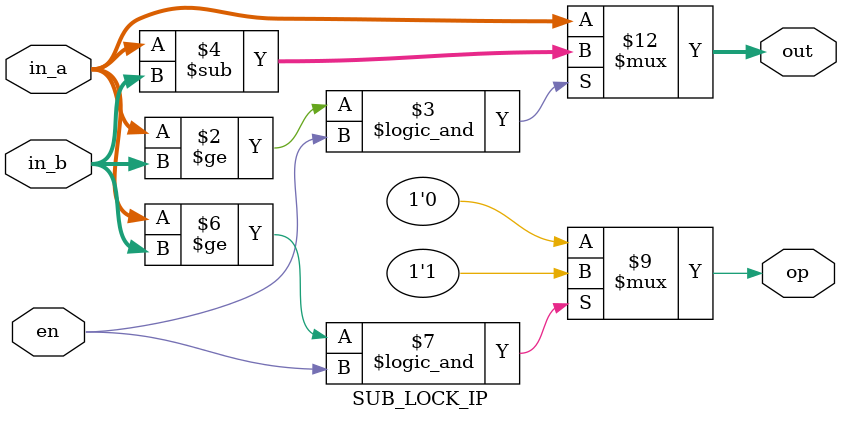
<source format=v>

`include "B2BCD_IP.v"
//synopsys translate_on

module UT_TOP (
    // Input signals
    clk, rst_n, in_valid, in_time,
    // Output signals
    out_valid, out_display, out_day
);

// ===============================================================
// Input & Output Declaration
// ===============================================================
input clk, rst_n, in_valid;
input [30:0] in_time;
output reg out_valid;
output reg [3:0] out_display;
output reg [2:0] out_day;
// ===============================================================
// Parameter & Integer Declaration
// ===============================================================

/* FSM */
reg [3:0] c_state, n_state;
parameter ST_IDLE = 'd0,
	  	  ST_INPUT = 'd1,
	  	  ST_RUN = 'd2,
	  	  //ST_RUN_Y2 = 'd2,
	  	  ST_OUT = 'd3;

//================================================================
// Wire & Reg Declaration
//================================================================
reg [3:0] out_counter;
reg [2:0] run_counter;
reg [30:0] in_binary_time;

wire [24:0] sub1_in_b;

reg [27:0] sub4_in_a;
wire [27:0] sub64_out;
wire [30:0] sub64_in_a, sub32_in_a;
wire [29:0] sub32_out;
wire [28:0] sub16_out;
wire [27:0] sub8_out;
wire [26:0] sub4_out;
wire [25:0] sub2_out;
wire [24:0] sub1_out;
wire [6:0] sub_y_op;

wire larger64y;
reg [6:0] op_y;

wire [2:0] week_day_y[6:0];
wire [5:0] week_day_y_sum0;
wire [4:0] week_day_y_sum1;
wire [3:0] week_day_y_sum2;
wire [2:0] week_day_y_sum3;

wire [11:0] sub_w_op;

wire [30:0] sub_w_out11;
wire [29:0] sub_w_out10;
wire [28:0] sub_w_out9;
wire [27:0] sub_w_out8;
wire [26:0] sub_w_out7;
reg [26:0] sub_w_pip1;

wire [25:0] sub_w_out6;
wire [24:0] sub_w_out5;
wire [23:0] sub_w_out4;
wire [22:0] sub_w_out3;
wire [21:0] sub_w_out2;
reg [21:0] sub_w_pip2;

wire [20:0] sub_w_out1;
wire [19:0] sub_w_out0;
wire [18:0] sub_wd_out2;
wire [17:0] sub_wd_out1;
wire [16:0] sub_wd_out0;
wire [2:0] sub_wd_op;

reg[24:0] month_in;
wire[24:0] month_in2;
wire [24:0] subm_out[10:0];
reg [21:0] feb;
wire largerJUL;
reg [24:0] MAR_out, JUL_out;
reg MAR_op_en, JUL_op_en;
wire [10:0] sub_m_op;


reg [21:0] day_in;
wire [20:0] sub_d_out[4:0];
wire [4:0] sub_d_op;

reg [16:0] hour_in;
wire [16:0] sub_h_out[4:0];
wire [4:0] sub_h_op;

reg [11:0] minute_in;
wire [11:0] sub_min_out[5:0];
wire [5:0] sub_min_op;

wire [2:0] display_week;
reg [5:0] display_second;
reg [3:0] display_month;
reg [10:0] display_year;
reg [4:0] display_day;
reg [4:0] display_hour;
reg [5:0] display_minute;

wire [15:0] bcd_year;
wire [7:0] bcd_month;
wire [7:0] bcd_day;
wire [7:0] bcd_hour;
wire [7:0] bcd_minute;
wire [7:0] bcd_second;

//================================================================
// DESIGN
//================================================================

/* DESIGN_FSM */

always @(posedge clk or negedge rst_n)begin
	if(!rst_n) c_state <= ST_IDLE;
	else c_state <= n_state;
end

always @(*) begin
	case(c_state)
	ST_IDLE: begin
		if(in_valid) n_state = ST_INPUT;
		else n_state = ST_IDLE;
	end
	ST_INPUT: begin
		n_state = ST_RUN;
	end
	ST_RUN: begin
		if(run_counter == 3'd2) n_state = ST_OUT;
		else n_state = ST_RUN;
	end
	ST_OUT: begin
		if(out_counter == 4'd14) n_state = ST_IDLE;
		else n_state = ST_OUT;
		// n_state = ST_OUT;
	end
	default: n_state = ST_IDLE;
	
	endcase
end
always @(posedge clk or negedge rst_n) begin
	if(!rst_n) out_counter <= 4'b0;
	else begin
		case(n_state)
		//ST_IDLE: out_counter <= 4'b0;
		ST_OUT: out_counter <= out_counter + 1'b1;
		default: out_counter <= 4'b0;
		endcase
	end
end
always @(posedge clk or negedge rst_n) begin
	if(!rst_n) run_counter <= 3'b0;
	else begin
		case(n_state)
		//ST_IDLE: run_counter <= 3'b0;
		ST_RUN: run_counter <= run_counter + 1'b1;
		default: run_counter <= 3'b0;
		endcase
	end
end
always @(posedge clk or negedge rst_n) begin
	if(!rst_n) in_binary_time <= 31'b0;
	else begin
		case(n_state)
		ST_IDLE: in_binary_time <= 31'b0;
		ST_INPUT: in_binary_time <= in_time;
		default: in_binary_time <= in_binary_time;
		endcase
	end
end

assign larger64y = (in_binary_time >= 31'h7861_F800) ? 1'b1 : 1'b0; //input >= 64y(2034)?

assign sub64_in_a = (larger64y)? in_binary_time : 31'b0;
assign sub32_in_a = (larger64y)? 31'b0 : in_binary_time;
SUB_IP #(31, 31, 28) Usub64(.in_a(sub64_in_a), .in_b(31'h7861_F800), .out(sub64_out), .op(sub_y_op[6]));
SUB_IP #(31, 30, 30) Usub32(.in_a(sub32_in_a), .in_b(30'h3C30_FC00), .out(sub32_out), .op(sub_y_op[5]));
SUB_IP #(30, 29, 29) Usub16(.in_a(sub32_out), .in_b(29'h1E18_7E00), .out(sub16_out), .op(sub_y_op[4]));
SUB_IP #(29, 28, 28) Usub8(.in_a(sub16_out), .in_b(28'hF0C_3F00), .out(sub8_out), .op(sub_y_op[3]));

SUB_IP #(28, 27, 27) Usub4(.in_a(sub4_in_a), .in_b(27'h786_1F80), .out(sub4_out), .op(sub_y_op[2]));
SUB_IP #(27, 26, 26) Usub2(.in_a(sub4_out), .in_b(26'h3C2_6700), .out(sub2_out), .op(sub_y_op[1]));
assign sub1_in_b = (sub_y_op[1])? ((sub2_out >=  25'h1E2_8500)? 25'h1E1_3380 : 25'h1E2_8500) : 25'h1E1_3380;
SUB_IP #(26, 25, 25) Usub1(.in_a(sub2_out), .in_b(sub1_in_b), .out(sub1_out), .op(sub_y_op[0]));


SUB_IP #(31, 31, 31) Usub_w2048(.in_a(in_binary_time), .in_b(31'h49D4_0000), .out(sub_w_out11), .op(sub_w_op[11])); // 2048week
SUB_IP #(31, 30, 30) Usub_w1024(.in_a(sub_w_out11), .in_b(30'h24EA_0000), .out(sub_w_out10), .op(sub_w_op[10])); // 1024week
SUB_IP #(30, 29, 29) Usub_w512(.in_a(sub_w_out10), .in_b(29'h1275_0000), .out(sub_w_out9), .op(sub_w_op[9])); // 512week
SUB_IP #(29, 28, 28) Usub_w256(.in_a(sub_w_out9), .in_b(28'h93A_8000), .out(sub_w_out8), .op(sub_w_op[8])); // 256week
SUB_IP #(28, 27, 27) Usub_w128(.in_a(sub_w_out8), .in_b(27'h49D_4000), .out(sub_w_out7), .op(sub_w_op[7])); // 128week
always @(posedge clk or negedge rst_n) begin
	if(!rst_n) sub_w_pip1 <= 27'b0;
	else begin
		case(n_state)
		ST_IDLE: sub_w_pip1 <= 27'b0;
		ST_RUN: begin
			sub_w_pip1 <= sub_w_out7;
		end
		ST_OUT: sub_w_pip1 <= sub_w_out7;
		default: sub_w_pip1 <= sub_w_pip1;
		endcase
	end
end
SUB_IP #(27, 26, 26) Usub_w64(.in_a(sub_w_pip1), .in_b(26'h24E_A000), .out(sub_w_out6), .op(sub_w_op[6])); // 64week
SUB_IP #(26, 25, 25) Usub_w32(.in_a(sub_w_out6), .in_b(25'h127_5000), .out(sub_w_out5), .op(sub_w_op[5])); // 32week
SUB_IP #(25, 24, 24) Usub_w16(.in_a(sub_w_out5), .in_b(24'h93_A800), .out(sub_w_out4), .op(sub_w_op[4])); // 16week
SUB_IP #(24, 23, 23) Usub_w8(.in_a(sub_w_out4), .in_b(23'h49_D400), .out(sub_w_out3), .op(sub_w_op[3])); // 8week
SUB_IP #(23, 22, 22) Usub_w4(.in_a(sub_w_out3), .in_b(22'h24_EA00), .out(sub_w_out2), .op(sub_w_op[2])); // 4week
always @(posedge clk or negedge rst_n) begin
	if(!rst_n) sub_w_pip2 <= 22'b0;
	else begin
		case(n_state)
		ST_IDLE: sub_w_pip2 <= 22'b0;
		ST_RUN: begin
			sub_w_pip2 <= sub_w_out2;
		end
		ST_OUT: sub_w_pip2 <= sub_w_out2;
		default: sub_w_pip2 <= sub_w_pip2;
		endcase
	end
end
SUB_IP #(22, 21, 21) Usub_w2(.in_a(sub_w_pip2), .in_b(21'h12_7500), .out(sub_w_out1), .op(sub_w_op[1])); // 2week
SUB_IP #(21, 20, 20) Usub_w1(.in_a(sub_w_out1), .in_b(20'h9_3A80), .out(sub_w_out0), .op(sub_w_op[0])); // 1week
SUB_IP #(20, 19, 19) Usub_wd4(.in_a(sub_w_out0), .in_b(19'h5_4600), .out(sub_wd_out2), .op(sub_wd_op[2])); // 4
SUB_IP #(19, 18, 18) Usub_wd2(.in_a(sub_wd_out2), .in_b(18'h2_A300), .out(sub_wd_out1), .op(sub_wd_op[1])); // 2
SUB_IP #(18, 17, 17) Usub_wd1(.in_a(sub_wd_out1), .in_b(17'h1_5180), .out(sub_wd_out0), .op(sub_wd_op[0])); // 1
assign display_week = (sub_wd_op >= 2'd3)? (sub_wd_op - 2'd3): (sub_wd_op + 3'd4);
always @(posedge clk or negedge rst_n) begin
	if(!rst_n) sub4_in_a <= 28'b0;
	else begin
		case(n_state)
		ST_IDLE: sub4_in_a <= 1'b0;
		ST_RUN: begin
			if(larger64y) sub4_in_a <= sub64_out;
			else sub4_in_a <= sub8_out;
		end
		ST_OUT: begin
			if(larger64y) sub4_in_a <= sub64_out;
			else sub4_in_a <= sub8_out;
		end
		default: sub4_in_a <= sub4_in_a;
		endcase
	end
end
always @(posedge clk or negedge rst_n) begin
	if(!rst_n) op_y <= 7'b0;
	else begin
		case(n_state)
		ST_IDLE: op_y <= 1'b1;
		ST_RUN: op_y <= sub_y_op[6:0];
		ST_OUT: op_y <= sub_y_op[6:0];
		default: op_y <= op_y;
		endcase
	end
end
always @(posedge clk or negedge rst_n) begin
	if(!rst_n) month_in <= 25'b0;
	else begin
		case(n_state)
		ST_IDLE: month_in <= 1'b0;
		ST_RUN: begin
			month_in <= sub1_out;
		end
		ST_OUT: month_in <= sub1_out;
		default: month_in <= month_in;
		endcase
	end
end
always @(posedge clk or negedge rst_n) begin
	if(!rst_n) display_year <= 11'b0;
	else begin
		case(n_state)
		ST_IDLE: display_year <= 1'b0;
		ST_RUN: begin
			display_year <= 11'd1970 + sub_y_op;
		end
		ST_OUT: display_year <= 11'd1970 + sub_y_op;
		default: display_year <= display_year;
		endcase
	end
end
always @(*) begin
	if(op_y[0] == 1'b0 && op_y[1] == 1'b1) feb = 22'h26_3B80;
	else feb = 22'h24_EA00;
end
assign month_in2 = (op_y[1] && op_y[0])? (month_in - 20'h1_5180) : month_in;


SUB_IP #(25, 22, 25) Usubm1(.in_a(month_in2), .in_b(22'h28_DE80), .out(subm_out[0]), .op(sub_m_op[0])); // JQN
SUB_LOCK_IP #(25, 22, 25) Usubm2(.in_a(subm_out[0]), .in_b(feb), .en(sub_m_op[0]),.out(subm_out[1]), .op(sub_m_op[1])); // FEB
SUB_LOCK_IP #(25, 22, 25) Usubm3(.in_a(subm_out[1]), .in_b(22'h28_DE80), .en(sub_m_op[1]), .out(subm_out[2]), .op(sub_m_op[2])); // MAR

SUB_LOCK_IP #(25, 22, 25) Usubm4(.in_a(MAR_out), .in_b(22'h27_8D00), .en(MAR_op_en), .out(subm_out[3]), .op(sub_m_op[3])); // APR 
SUB_LOCK_IP #(25, 22, 25) Usubm5(.in_a(subm_out[3]), .in_b(22'h28_DE80), .en(sub_m_op[3]), .out(subm_out[4]), .op(sub_m_op[4])); // MAY
SUB_LOCK_IP #(25, 22, 25) Usubm6(.in_a(subm_out[4]), .in_b(22'h27_8D00), .en(sub_m_op[4]), .out(subm_out[5]), .op(sub_m_op[5])); // JUN
SUB_LOCK_IP #(25, 22, 25) Usubm7(.in_a(subm_out[5]), .in_b(22'h28_DE80), .en(sub_m_op[5]), .out(subm_out[6]), .op(sub_m_op[6])); // JUL

SUB_LOCK_IP #(25, 22, 25) Usubm8(.in_a(JUL_out), .in_b(22'h28_DE80), .en(JUL_op_en), .out(subm_out[7]), .op(sub_m_op[7])); // AUG
SUB_LOCK_IP #(25, 22, 25) Usubm9(.in_a(subm_out[7]), .in_b(22'h27_8D00), .en(sub_m_op[7]), .out(subm_out[8]), .op(sub_m_op[8])); // SEP
SUB_LOCK_IP #(25, 22, 25) Usubm10(.in_a(subm_out[8]), .in_b(22'h28_DE80), .en(sub_m_op[8]), .out(subm_out[9]), .op(sub_m_op[9])); // OCT
SUB_LOCK_IP #(25, 22, 25) Usubm11(.in_a(subm_out[9]), .in_b(22'h27_8D00), .en(sub_m_op[9]), .out(subm_out[10]), .op(sub_m_op[10])); // NOV

always @(posedge clk or negedge rst_n) begin
	if(!rst_n) MAR_out <= 25'b0;
	else begin
		case(n_state)
		ST_IDLE: MAR_out <= 1'b0;
		ST_RUN: begin
			MAR_out <= subm_out[2];
		end
		ST_OUT: MAR_out <= subm_out[2];
		default: MAR_out <= MAR_out;
		endcase
	end
end
always @(posedge clk or negedge rst_n) begin
	if(!rst_n) MAR_op_en <= 1'b0;
	else begin
		case(n_state)
		ST_IDLE: MAR_op_en <= 1'b0;
		ST_RUN: begin
			MAR_op_en <= sub_m_op[2];
		end
		ST_OUT: MAR_op_en <= sub_m_op[2];
		default: MAR_op_en <= MAR_op_en;
		endcase
	end
end
always @(posedge clk or negedge rst_n) begin
	if(!rst_n) JUL_out <= 25'b0;
	else begin
		case(n_state)
		ST_IDLE: JUL_out <= 1'b0;
		ST_RUN: begin
			JUL_out <= subm_out[6];
		end
		ST_OUT: JUL_out <= subm_out[6];
		default: JUL_out <= JUL_out;
		endcase
	end
end
always @(posedge clk or negedge rst_n) begin
	if(!rst_n) JUL_op_en <= 1'b0;
	else begin
		case(n_state)
		ST_IDLE: JUL_op_en <= 1'b0;
		ST_RUN: begin
			JUL_op_en <= sub_m_op[6];
		end
		ST_OUT: JUL_op_en <= sub_m_op[6];
		default: JUL_op_en <= JUL_op_en;
		endcase
	end
end
always @(posedge clk or negedge rst_n) begin
	if(!rst_n) display_month <= 4'b0;
	else begin
		case(n_state)
		ST_IDLE: display_month <= 4'b0;
		ST_RUN: begin
			display_month <= sub_m_op[0] + sub_m_op[1] + sub_m_op[2]
			 + sub_m_op[3] + sub_m_op[4] + sub_m_op[5] +sub_m_op[6] 
			 + sub_m_op[7] + sub_m_op[8] + sub_m_op[9] + sub_m_op[10] + 1'b1;
		end
		ST_OUT: begin
			display_month <= sub_m_op[0] + sub_m_op[1] + sub_m_op[2]
			 + sub_m_op[3] + sub_m_op[4] + sub_m_op[5] +sub_m_op[6] 
			 + sub_m_op[7] + sub_m_op[8] + sub_m_op[9] + sub_m_op[10] + 1'b1;
		end
		default: display_month <= display_month;
		endcase
	end
end
always @(posedge clk or negedge rst_n) begin
	if(!rst_n) day_in <= 22'b0;
	else begin
		case(n_state)
		ST_IDLE: day_in <= 22'b0;
		ST_RUN: begin
			day_in <= subm_out[10][21:0];
		end
		ST_OUT: begin
			day_in <= subm_out[10][21:0];
		end
		default: day_in <= day_in;
		endcase
	end
end
SUB_IP #(22, 21, 21) Usub_d16(.in_a(day_in), .in_b(21'h15_1800), .out(sub_d_out[4]), .op(sub_d_op[4])); // 16
SUB_IP #(21, 20, 21) Usub_d8(.in_a(sub_d_out[4]), .in_b(20'hA_8C00), .out(sub_d_out[3]), .op(sub_d_op[3])); // 8
SUB_IP #(21, 20, 21) Usub_d4(.in_a(sub_d_out[3]), .in_b(20'h5_4600), .out(sub_d_out[2]), .op(sub_d_op[2])); // 4
SUB_IP #(21, 20, 21) Usub_d2(.in_a(sub_d_out[2]), .in_b(20'h2_A300), .out(sub_d_out[1]), .op(sub_d_op[1])); // 2
SUB_IP #(21, 20, 21) Usub_d1(.in_a(sub_d_out[1]), .in_b(20'h1_5180), .out(sub_d_out[0]), .op(sub_d_op[0])); // 1
always @(posedge clk or negedge rst_n) begin
	if(!rst_n) display_day <= 5'b0;
	else begin
		case(n_state)
		ST_IDLE: display_day <= 5'b0;
		ST_RUN: begin
			display_day <= sub_d_op + 1'b1;
		end
		ST_OUT: display_day <= sub_d_op + 1'b1;
		default: display_day <= display_day;
		endcase
	end
end
always @(posedge clk or negedge rst_n) begin
	if(!rst_n) hour_in <= 17'b0;
	else begin
		case(n_state)
		ST_IDLE: hour_in <= 17'b0;
		ST_RUN: begin
			hour_in <= sub_d_out[0][16:0];
		end
		ST_OUT: hour_in <= sub_d_out[0][16:0];
		default: hour_in <= hour_in;
		endcase
	end
end

SUB_IP #(17, 16, 17) Usub_h12(.in_a(hour_in), .in_b(16'hE100), .out(sub_h_out[4]), .op(sub_h_op[4])); // 16
SUB_IP #(17, 16, 17) Usub_h8(.in_a(sub_h_out[4]), .in_b(16'h7080), .out(sub_h_out[3]), .op(sub_h_op[3])); // 8
SUB_IP #(17, 16, 17) Usub_h4(.in_a(sub_h_out[3]), .in_b(16'h3840), .out(sub_h_out[2]), .op(sub_h_op[2])); // 4
SUB_IP #(17, 16, 17) Usub_h2(.in_a(sub_h_out[2]), .in_b(16'h1C20), .out(sub_h_out[1]), .op(sub_h_op[1])); // 2
SUB_IP #(17, 12, 17) Usub_h1(.in_a(sub_h_out[1]), .in_b(12'hE10), .out(sub_h_out[0]), .op(sub_h_op[0])); // 1
always @(posedge clk or negedge rst_n) begin
	if(!rst_n) display_hour <= 5'b0;
	else begin
		case(n_state)
		ST_IDLE: display_hour <= 5'b0;
		ST_RUN: begin
			display_hour <= sub_h_op;
		end
		ST_OUT: display_hour <= sub_h_op;
		default: display_hour <= display_hour;
		endcase
	end
end
always @(posedge clk or negedge rst_n) begin
	if(!rst_n) minute_in <= 12'b0;
	else begin
		case(n_state)
		ST_IDLE: minute_in <= 12'b0;
		ST_RUN: begin
			minute_in <= sub_h_out[0][11:0];
		end
		ST_OUT: minute_in <= sub_h_out[0][11:0];
		default: minute_in <= minute_in;
		endcase
	end
end

SUB_IP #(12, 12, 12) Usub_min32(.in_a(minute_in), .in_b(12'h780), .out(sub_min_out[5]), .op(sub_min_op[5])); // 32
SUB_IP #(12, 12, 12) Usub_min16(.in_a(sub_min_out[5]), .in_b(12'h3C0), .out(sub_min_out[4]), .op(sub_min_op[4])); // 16
SUB_IP #(12, 12, 12) Usub_mib8(.in_a(sub_min_out[4]), .in_b(12'h1E0), .out(sub_min_out[3]), .op(sub_min_op[3])); // 8
SUB_IP #(12, 8, 12) Usub_min4(.in_a(sub_min_out[3]), .in_b(8'hF0), .out(sub_min_out[2]), .op(sub_min_op[2])); // 4
SUB_IP #(12, 8, 12) Usub_min2(.in_a(sub_min_out[2]), .in_b(8'h78), .out(sub_min_out[1]), .op(sub_min_op[1])); // 2
SUB_IP #(12, 8, 12) Usub_min1(.in_a(sub_min_out[1]), .in_b(8'h3C), .out(sub_min_out[0]), .op(sub_min_op[0])); // 1
always @(posedge clk or negedge rst_n) begin
	if(!rst_n) display_minute <= 6'b0;
	else begin
		case(n_state)
		ST_IDLE: display_minute <= 6'b0;
		ST_RUN: begin
			display_minute <= sub_min_op;
		end
		ST_OUT: display_minute <= sub_min_op;
		default: display_minute <= display_minute;
		endcase
	end
end
always @(posedge clk or negedge rst_n) begin
	if(!rst_n) display_second <= 6'b0;
	else begin
		case(n_state)
		ST_IDLE: display_second <= 6'b0;
		ST_RUN: begin
			display_second <= sub_min_out[0][5:0];
		end
		ST_OUT: display_second <= sub_min_out[0][5:0];
		default: display_second <= display_second;
		endcase
	end
end


B2BCD_IP #(11, 4) Ubcd_year(.Binary_code(display_year),.BCD_code(bcd_year));
B2BCD_IP #(4, 2) Ubcd_month(.Binary_code(display_month),.BCD_code(bcd_month));
B2BCD_IP #(5, 2) Ubcd_day(.Binary_code(display_day),.BCD_code(bcd_day));
B2BCD_IP #(5, 2) Ubcd_hour(.Binary_code(display_hour),.BCD_code(bcd_hour));
B2BCD_IP #(6, 2) Ubcd_minute(.Binary_code(display_minute),.BCD_code(bcd_minute));
B2BCD_IP #(6, 2) Ubcd_second(.Binary_code(display_second),.BCD_code(bcd_second));

always @(posedge clk or negedge rst_n) begin
	if(!rst_n) out_valid <= 1'b0;
	else begin
		case(n_state)
		ST_OUT: out_valid <= 1'b1;
		default: out_valid <= 1'b0;
		endcase
	end
end

always @(posedge clk or negedge rst_n) begin
	if(!rst_n) out_display <= 4'b0;
	else begin
		case(n_state)
		ST_OUT: begin
			case (out_counter)
				4'd0: out_display <= bcd_year[15:12];
				4'd1: out_display <= bcd_year[11:8];
				4'd2: out_display <= bcd_year[7:4];
				4'd3: out_display <= bcd_year[3:0];
				4'd4: out_display <= bcd_month[7:4];
				4'd5: out_display <= bcd_month[3:0];
				4'd6: out_display <= bcd_day[7:4];
				4'd7: out_display <= bcd_day[3:0];
				4'd8: out_display <= bcd_hour[7:4];
				4'd9: out_display <= bcd_hour[3:0];
				4'd10: out_display <= bcd_minute[7:4];
				4'd11: out_display <= bcd_minute[3:0];
				4'd12: out_display <= bcd_second[7:4];
				4'd13: out_display <= bcd_second[3:0];
				default: out_display <= 1'b0;
			endcase
		end
		default: out_display <= 4'b0;
		endcase
	end
end

always @(posedge clk or negedge rst_n) begin
	if(!rst_n) out_day <= 3'b0;
	else begin
		case(n_state)
		ST_OUT: out_day <= display_week;
		default: out_day <= 3'b0;
		endcase
	end
end

endmodule

module SUB_IP #(parameter WIDTH_IN_A = 4, parameter WIDTH_IN_B = 4, parameter WIDTH_OUT = 4) (
    // Input signals
    in_a,
	in_b,
    // Output signals
    out,
	op
);
	input [WIDTH_IN_A-1:0] in_a;
	input [WIDTH_IN_B-1:0] in_b;
	output reg [WIDTH_OUT-1:0] out;
	output reg op;

	generate
		always @(*) begin: SUB
			if(in_a >= in_b) out = in_a - in_b;
			else out = in_a;
		end
		always @(*) begin: OP
			if(in_a >= in_b) op = 1'b1;
			else op = 1'b0;
		end
	endgenerate

endmodule
module SUB_LOCK_IP #(parameter WIDTH_IN_A = 4, parameter WIDTH_IN_B = 4, parameter WIDTH_OUT = 4) (
    // Input signals
    in_a,
	in_b,
	en,
    // Output signals
    out,
	op
);
	input [WIDTH_IN_A-1:0] in_a;
	input [WIDTH_IN_B-1:0] in_b;
	input en;
	output reg [WIDTH_OUT-1:0] out;
	output reg op;

	generate
		always @(*) begin: SUB_L
			if((in_a >= in_b) && en) out = in_a - in_b;
			else out = in_a;
		end
		always @(*) begin: OP_L
			if((in_a >= in_b) && en) op = 1'b1;
			else op = 1'b0;
		end
	endgenerate

endmodule

</source>
